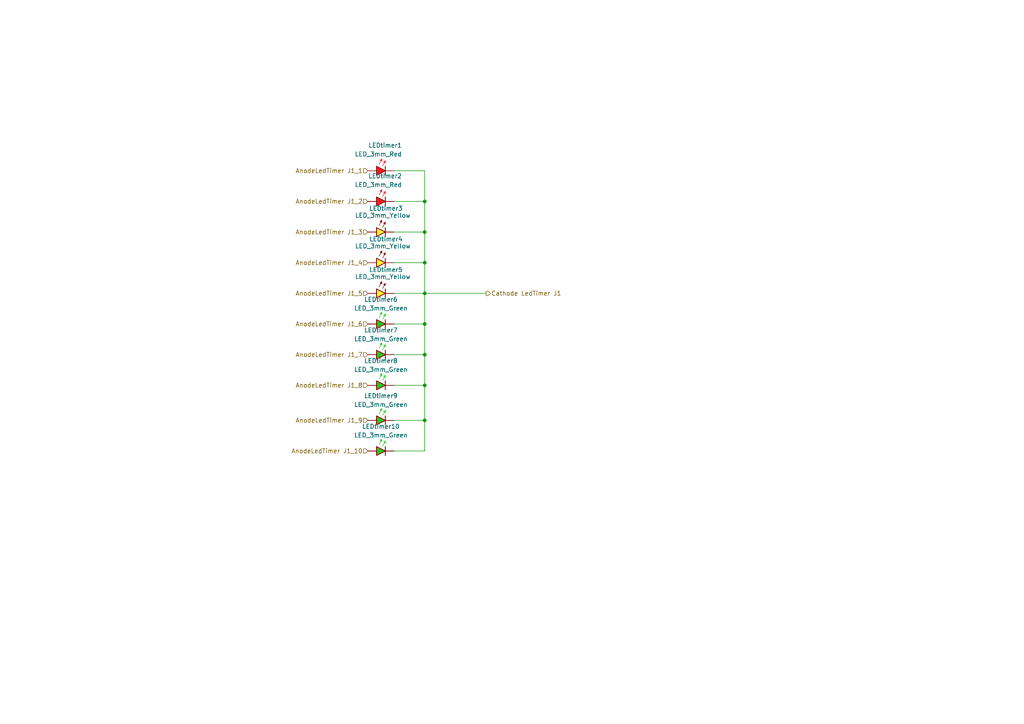
<source format=kicad_sch>
(kicad_sch (version 20231120) (generator "eeschema") (generator_version "8.0")
  (paper "A4")
  (lib_symbols
    (symbol "PCM_LED_AKL:LED_3mm_Green" (pin_numbers hide) (pin_names (offset 1.016) hide)
      (property "Reference" "LED" (at 0 7.62 0))
      (property "Value" "LED_3mm_Green" (at 0 5.08 0))
      (symbol "LED_3mm_Green_0_1"
        (polyline (pts (xy -0.508 1.905) (xy 0.254 3.429)) (stroke (width 0.1524) (color 30 200 30 1)))
        (polyline (pts (xy 0.508 1.397) (xy 1.27 2.921)) (stroke (width 0.1524) (color 30 200 30 1)))
        (polyline (pts (xy 1.27 1.27) (xy 1.27 -1.27)) (stroke (width 0.254)))
        (polyline (pts (xy -1.27 1.27) (xy -1.27 -1.27) (xy 1.27 0) (xy -1.27 1.27)) (stroke (width 0.254)) (fill (type color) (color 30 200 30 1)))
        (polyline (pts (xy 0.254 2.794) (xy -0.254 3.048) (xy 0.254 3.429) (xy 0.254 2.794)) (stroke (width 0) (color 30 200 30 1)) (fill (type outline)))
        (polyline (pts (xy 1.27 2.286) (xy 0.762 2.54) (xy 1.27 2.921) (xy 1.27 2.286)) (stroke (width 0.1524) (color 30 200 30 1)) (fill (type outline)))
      )
      (symbol "LED_3mm_Green_0_2"
        (polyline (pts (xy -2.54 -2.54) (xy -0.889 -0.889)))
        (polyline (pts (xy -1.651 0.889) (xy -2.159 2.413)) (stroke (width 0) (color 30 200 30 1)))
        (polyline (pts (xy -0.508 1.27) (xy -1.016 2.794)) (stroke (width 0) (color 30 200 30 1)))
        (polyline (pts (xy 0 1.778) (xy 1.778 0)) (stroke (width 0.254)))
        (polyline (pts (xy 0.889 0.889) (xy 2.54 2.54)))
        (polyline (pts (xy -0.889 -0.889) (xy -1.778 0) (xy 0.889 0.889) (xy 0 -1.778) (xy -0.889 -0.889)) (stroke (width 0.254)) (fill (type color) (color 30 200 30 1)))
      )
      (symbol "LED_3mm_Green_1_1"
        (pin passive line (at 3.81 0 180) (length 2.54) (name "K") (number "1"))
        (pin passive line (at -3.81 0 0) (length 2.54) (name "A") (number "2"))
      )
      (symbol "LED_3mm_Green_1_2"
        (polyline (pts (xy -2.159 2.413) (xy -2.286 1.778) (xy -1.6764 1.9812) (xy -2.159 2.413)) (stroke (width 0) (color 30 200 30 1)) (fill (type outline)))
        (polyline (pts (xy -1.016 2.794) (xy -1.143 2.159) (xy -0.5334 2.3622) (xy -1.016 2.794)) (stroke (width 0) (color 30 200 30 1)) (fill (type outline)))
        (pin passive line (at 2.54 2.54 180) (length 0) (name "K") (number "1"))
        (pin passive line (at -2.54 -2.54 0) (length 0) (name "A") (number "2"))
      )
    )
    (symbol "PCM_LED_AKL:LED_3mm_Red" (pin_numbers hide) (pin_names (offset 1.016) hide)
      (property "Reference" "LED" (at 0 7.62 0))
      (property "Value" "LED_3mm_Red" (at 0 5.08 0))
      (symbol "LED_3mm_Red_0_1"
        (polyline (pts (xy -0.508 1.905) (xy 0.254 3.429)) (stroke (width 0.1524) (color 240 30 30 1)))
        (polyline (pts (xy 0.508 1.397) (xy 1.27 2.921)) (stroke (width 0.1524) (color 240 30 30 1)))
        (polyline (pts (xy 1.27 1.27) (xy 1.27 -1.27)) (stroke (width 0.254)))
        (polyline (pts (xy -1.27 1.27) (xy -1.27 -1.27) (xy 1.27 0) (xy -1.27 1.27)) (stroke (width 0.254)) (fill (type color) (color 240 30 30 1)))
        (polyline (pts (xy 0.254 2.794) (xy -0.254 3.048) (xy 0.254 3.429) (xy 0.254 2.794)) (stroke (width 0) (color 240 30 30 1)) (fill (type outline)))
        (polyline (pts (xy 1.27 2.286) (xy 0.762 2.54) (xy 1.27 2.921) (xy 1.27 2.286)) (stroke (width 0.1524) (color 240 30 30 1)) (fill (type outline)))
      )
      (symbol "LED_3mm_Red_0_2"
        (polyline (pts (xy -2.54 -2.54) (xy -0.889 -0.889)))
        (polyline (pts (xy -1.651 0.889) (xy -2.159 2.413)) (stroke (width 0) (color 240 30 30 1)))
        (polyline (pts (xy -0.508 1.27) (xy -1.016 2.794)) (stroke (width 0) (color 240 30 30 1)))
        (polyline (pts (xy 0 1.778) (xy 1.778 0)) (stroke (width 0.254)))
        (polyline (pts (xy 0.889 0.889) (xy 2.54 2.54)))
        (polyline (pts (xy -0.889 -0.889) (xy -1.778 0) (xy 0.889 0.889) (xy 0 -1.778) (xy -0.889 -0.889)) (stroke (width 0.254)) (fill (type color) (color 240 30 30 1)))
      )
      (symbol "LED_3mm_Red_1_1"
        (pin passive line (at 3.81 0 180) (length 2.54) (name "K") (number "1"))
        (pin passive line (at -3.81 0 0) (length 2.54) (name "A") (number "2"))
      )
      (symbol "LED_3mm_Red_1_2"
        (polyline (pts (xy -2.159 2.413) (xy -2.286 1.778) (xy -1.6764 1.9812) (xy -2.159 2.413)) (stroke (width 0) (color 240 30 30 1)) (fill (type outline)))
        (polyline (pts (xy -1.016 2.794) (xy -1.143 2.159) (xy -0.5334 2.3622) (xy -1.016 2.794)) (stroke (width 0) (color 240 30 30 1)) (fill (type outline)))
        (pin passive line (at 2.54 2.54 180) (length 0) (name "K") (number "1"))
        (pin passive line (at -2.54 -2.54 0) (length 0) (name "A") (number "2"))
      )
    )
    (symbol "PCM_LED_AKL:LED_3mm_Yellow" (pin_numbers hide) (pin_names (offset 1.016) hide)
      (property "Reference" "LED" (at 0 7.62 0))
      (property "Value" "LED_3mm_Yellow" (at 0 5.08 0))
      (symbol "LED_3mm_Yellow_0_1"
        (polyline (pts (xy -0.508 1.905) (xy 0.254 3.429)) (stroke (width 0.1524)) (fill (type color)))
        (polyline (pts (xy 0.508 1.397) (xy 1.27 2.921)) (stroke (width 0.1524)) (fill (type outline)))
        (polyline (pts (xy 1.27 1.27) (xy 1.27 -1.27)) (stroke (width 0.254)))
        (polyline (pts (xy -1.27 1.27) (xy -1.27 -1.27) (xy 1.27 0) (xy -1.27 1.27)) (stroke (width 0.254)) (fill (type color) (color 255 245 45 1)))
        (polyline (pts (xy 0.254 2.794) (xy -0.254 3.048) (xy 0.254 3.429) (xy 0.254 2.794)) (fill (type outline)))
        (polyline (pts (xy 1.27 2.286) (xy 0.762 2.54) (xy 1.27 2.921) (xy 1.27 2.286)) (stroke (width 0.1524)) (fill (type outline)))
      )
      (symbol "LED_3mm_Yellow_0_2"
        (polyline (pts (xy -2.54 -2.54) (xy -0.889 -0.889)))
        (polyline (pts (xy -1.651 0.889) (xy -2.159 2.413)))
        (polyline (pts (xy -0.508 1.27) (xy -1.016 2.794)))
        (polyline (pts (xy 0 1.778) (xy 1.778 0)) (stroke (width 0.254)))
        (polyline (pts (xy 0.889 0.889) (xy 2.54 2.54)))
        (polyline (pts (xy -2.159 2.413) (xy -2.286 1.778) (xy -1.6764 1.9812) (xy -2.159 2.413)) (fill (type outline)))
        (polyline (pts (xy -1.016 2.794) (xy -1.143 2.159) (xy -0.5334 2.3622) (xy -1.016 2.794)) (fill (type outline)))
        (polyline (pts (xy -0.889 -0.889) (xy -1.778 0) (xy 0.889 0.889) (xy 0 -1.778) (xy -0.889 -0.889)) (stroke (width 0.254)) (fill (type color) (color 255 245 45 1)))
      )
      (symbol "LED_3mm_Yellow_1_1"
        (pin passive line (at 3.81 0 180) (length 2.54) (name "K") (number "1"))
        (pin passive line (at -3.81 0 0) (length 2.54) (name "A") (number "2"))
      )
      (symbol "LED_3mm_Yellow_1_2"
        (pin passive line (at 2.54 2.54 180) (length 0) (name "K") (number "1"))
        (pin passive line (at -2.54 -2.54 0) (length 0) (name "A") (number "2"))
      )
    )
  )
  (junction (at 123.19 67.31))
  (junction (at 123.19 58.42))
  (junction (at 123.19 102.87))
  (junction (at 123.19 93.98))
  (junction (at 123.19 111.76))
  (junction (at 123.19 85.09))
  (junction (at 123.19 76.2))
  (junction (at 123.19 121.92))
  (wire (pts (xy 123.19 93.98) (xy 123.19 85.09)))
  (wire (pts (xy 123.19 76.2) (xy 123.19 67.31)))
  (wire (pts (xy 114.3 121.92) (xy 123.19 121.92)))
  (wire (pts (xy 123.19 111.76) (xy 123.19 121.92)))
  (wire (pts (xy 114.3 102.87) (xy 123.19 102.87)))
  (wire (pts (xy 114.3 111.76) (xy 123.19 111.76)))
  (wire (pts (xy 123.19 67.31) (xy 123.19 58.42)))
  (wire (pts (xy 114.3 76.2) (xy 123.19 76.2)))
  (wire (pts (xy 114.3 93.98) (xy 123.19 93.98)))
  (wire (pts (xy 123.19 102.87) (xy 123.19 93.98)))
  (wire (pts (xy 114.3 85.09) (xy 123.19 85.09)))
  (wire (pts (xy 123.19 49.53) (xy 123.19 58.42)))
  (wire (pts (xy 123.19 111.76) (xy 123.19 102.87)))
  (wire (pts (xy 114.3 49.53) (xy 123.19 49.53)))
  (wire (pts (xy 114.3 130.81) (xy 123.19 130.81)))
  (wire (pts (xy 123.19 58.42) (xy 114.3 58.42)))
  (wire (pts (xy 114.3 67.31) (xy 123.19 67.31)))
  (wire (pts (xy 123.19 85.09) (xy 140.97 85.09)))
  (wire (pts (xy 123.19 85.09) (xy 123.19 76.2)))
  (wire (pts (xy 123.19 121.92) (xy 123.19 130.81)))
  (hierarchical_label "AnodeLedTimer J1_3" (shape input) (at 106.68 67.31 180))
  (hierarchical_label "AnodeLedTimer J1_5" (shape input) (at 106.68 85.09 180))
  (hierarchical_label "AnodeLedTimer J1_2" (shape input) (at 106.68 58.42 180))
  (hierarchical_label "AnodeLedTimer J1_9" (shape input) (at 106.68 121.92 180))
  (hierarchical_label "AnodeLedTimer J1_6" (shape input) (at 106.68 93.98 180))
  (hierarchical_label "AnodeLedTimer J1_4" (shape input) (at 106.68 76.2 180))
  (hierarchical_label "AnodeLedTimer J1_10" (shape input) (at 106.68 130.81 180))
  (hierarchical_label "AnodeLedTimer J1_7" (shape input) (at 106.68 102.87 180))
  (hierarchical_label "Cathode LedTimer J1" (shape output) (at 140.97 85.09 0))
  (hierarchical_label "AnodeLedTimer J1_8" (shape input) (at 106.68 111.76 180))
  (hierarchical_label "AnodeLedTimer J1_1" (shape input) (at 106.68 49.53 180))
  (symbol (lib_id "PCM_LED_AKL:LED_3mm_Green") (at 110.49 130.81 0) (unit 1)
    (property "Reference" "LEDtimer10" (at 110.49 123.698 0))
    (property "Value" "LED_3mm_Green" (at 110.49 126.238 0))
    (property "Footprint" "PCM_LED_THT_AKL:LED_D3.0mm" (effects (hide yes)))
    (property "Description" "Green LED, 3mm THT, Alternate KiCad Library" (effects (hide yes)))
    (property "LCSC Part #" "C5907154" (effects (hide yes)))
  )
  (symbol (lib_id "PCM_LED_AKL:LED_3mm_Red") (at 110.49 58.42 0) (unit 1)
    (property "Reference" "LEDtimer2" (at 116.586 51.054 0) (effects (justify right)))
    (property "Value" "LED_3mm_Red" (at 116.586 53.594 0) (effects (justify right)))
    (property "Footprint" "PCM_LED_THT_AKL:LED_D3.0mm" (effects (hide yes)))
    (property "Description" "Red LED, 3mm THT, Alternate KiCad Library" (effects (hide yes)))
    (property "LCSC Part #" "C84774" (effects (hide yes)))
  )
  (symbol (lib_id "PCM_LED_AKL:LED_3mm_Green") (at 110.49 121.92 0) (unit 1)
    (property "Reference" "LEDtimer9" (at 110.49 114.808 0))
    (property "Value" "LED_3mm_Green" (at 110.49 117.348 0))
    (property "Footprint" "PCM_LED_THT_AKL:LED_D3.0mm" (effects (hide yes)))
    (property "Description" "Green LED, 3mm THT, Alternate KiCad Library" (effects (hide yes)))
    (property "LCSC Part #" "C5907154" (effects (hide yes)))
  )
  (symbol (lib_id "PCM_LED_AKL:LED_3mm_Green") (at 110.49 111.76 0) (unit 1)
    (property "Reference" "LEDtimer8" (at 110.49 104.648 0))
    (property "Value" "LED_3mm_Green" (at 110.49 107.188 0))
    (property "Footprint" "PCM_LED_THT_AKL:LED_D3.0mm" (effects (hide yes)))
    (property "Description" "Green LED, 3mm THT, Alternate KiCad Library" (effects (hide yes)))
    (property "LCSC Part #" "C5907154" (effects (hide yes)))
  )
  (symbol (lib_id "PCM_LED_AKL:LED_3mm_Yellow") (at 110.49 67.31 0) (unit 1)
    (property "Reference" "LEDtimer3" (at 116.84 60.452 0) (effects (justify right)))
    (property "Value" "LED_3mm_Yellow" (at 119.126 62.484 0) (effects (justify right)))
    (property "Footprint" "PCM_LED_THT_AKL:LED_D3.0mm" (effects (hide yes)))
    (property "Description" "Yellow LED, 3mm THT, Alternate KiCad Library" (effects (hide yes)))
    (property "LCSC Part #" "C2895472" (effects (hide yes)))
  )
  (symbol (lib_id "PCM_LED_AKL:LED_3mm_Green") (at 110.49 102.87 0) (unit 1)
    (property "Reference" "LEDtimer7" (at 110.49 95.758 0))
    (property "Value" "LED_3mm_Green" (at 110.49 98.298 0))
    (property "Footprint" "PCM_LED_THT_AKL:LED_D3.0mm" (effects (hide yes)))
    (property "Description" "Green LED, 3mm THT, Alternate KiCad Library" (effects (hide yes)))
    (property "LCSC Part #" "C5907154" (effects (hide yes)))
  )
  (symbol (lib_id "PCM_LED_AKL:LED_3mm_Green") (at 110.49 93.98 0) (unit 1)
    (property "Reference" "LEDtimer6" (at 110.49 86.868 0))
    (property "Value" "LED_3mm_Green" (at 110.49 89.408 0))
    (property "Footprint" "PCM_LED_THT_AKL:LED_D3.0mm" (effects (hide yes)))
    (property "Description" "Green LED, 3mm THT, Alternate KiCad Library" (effects (hide yes)))
    (property "LCSC Part #" "C5907154" (effects (hide yes)))
  )
  (symbol (lib_id "PCM_LED_AKL:LED_3mm_Red") (at 110.49 49.53 0) (unit 1)
    (property "Reference" "LEDtimer1" (at 116.586 42.164 0) (effects (justify right)))
    (property "Value" "LED_3mm_Red" (at 116.586 44.704 0) (effects (justify right)))
    (property "Footprint" "PCM_LED_THT_AKL:LED_D3.0mm" (effects (hide yes)))
    (property "Description" "Red LED, 3mm THT, Alternate KiCad Library" (effects (hide yes)))
    (property "LCSC Part #" "C84774" (effects (hide yes)))
  )
  (symbol (lib_id "PCM_LED_AKL:LED_3mm_Yellow") (at 110.49 76.2 0) (unit 1)
    (property "Reference" "LEDtimer4" (at 116.84 69.342 0) (effects (justify right)))
    (property "Value" "LED_3mm_Yellow" (at 119.126 71.374 0) (effects (justify right)))
    (property "Footprint" "PCM_LED_THT_AKL:LED_D3.0mm" (effects (hide yes)))
    (property "Description" "Yellow LED, 3mm THT, Alternate KiCad Library" (effects (hide yes)))
    (property "LCSC Part #" "C2895472" (effects (hide yes)))
  )
  (symbol (lib_id "PCM_LED_AKL:LED_3mm_Yellow") (at 110.49 85.09 0) (unit 1)
    (property "Reference" "LEDtimer5" (at 116.84 78.232 0) (effects (justify right)))
    (property "Value" "LED_3mm_Yellow" (at 119.126 80.264 0) (effects (justify right)))
    (property "Footprint" "PCM_LED_THT_AKL:LED_D3.0mm" (effects (hide yes)))
    (property "Description" "Yellow LED, 3mm THT, Alternate KiCad Library" (effects (hide yes)))
    (property "LCSC Part #" "C2895472" (effects (hide yes)))
  )
)
</source>
